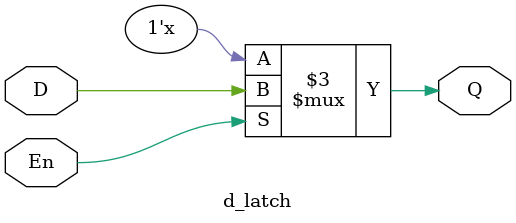
<source format=v>
module d_latch (
    input D, En,
    output reg Q
);
    always @ (D or En) begin
        if (En)
            Q = D;     // When enabled, output follows input
        else
            Q = Q;     // When disabled, hold previous value
    end
endmodule

</source>
